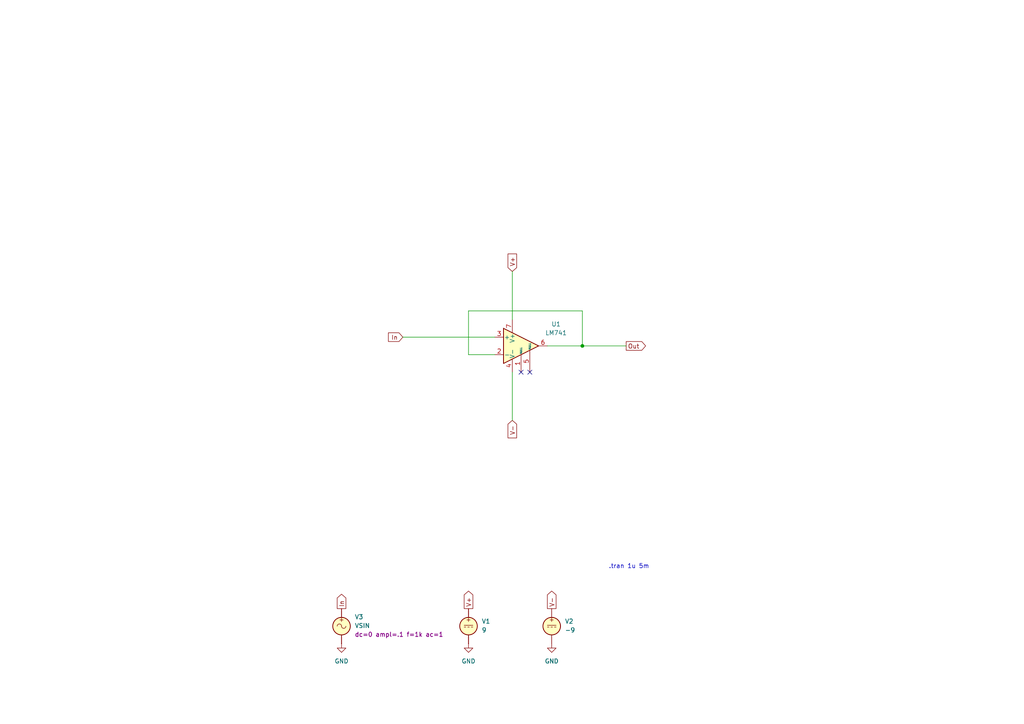
<source format=kicad_sch>
(kicad_sch (version 20231120) (generator "eeschema") (generator_version "8.0")
  (paper "A4")
  (title_block (title "OPamp, voltage follower") (date "2024-05-27") (rev "2") (company "GitHub/OJStuff"))
  (lib_symbols
    (symbol "Amplifier_Operational:LM741" (pin_names (offset 0.127))
      (property "Reference" "U" (at 0 6.35 0))
      (property "Value" "LM741" (at 0 3.81 0))
      (symbol "LM741_0_1"
        (polyline (pts (xy -5.08 5.08) (xy 5.08 0) (xy -5.08 -5.08) (xy -5.08 5.08)) (stroke (width 0.254)) (fill (type background)))
      )
      (symbol "LM741_1_1"
        (pin input line (at 0 -7.62 90) (length 5.08) (name "NULL") (number "1"))
        (pin input line (at -7.62 -2.54 0) (length 2.54) (name "-") (number "2"))
        (pin input line (at -7.62 2.54 0) (length 2.54) (name "+") (number "3"))
        (pin power_in line (at -2.54 -7.62 90) (length 3.81) (name "V-") (number "4"))
        (pin input line (at 2.54 -7.62 90) (length 6.35) (name "NULL") (number "5"))
        (pin output line (at 7.62 0 180) (length 2.54) (name "~") (number "6"))
        (pin power_in line (at -2.54 7.62 270) (length 3.81) (name "V+") (number "7"))
        (pin no_connect line (at 0 2.54 270) (length 2.54) hide (name "NC") (number "8"))
      )
    )
    (symbol "VDC_1" (pin_numbers hide) (pin_names (offset 0.0254))
      (property "Reference" "V" (at 2.54 2.54 0))
      (property "Value" "1" (at 2.54 0 0))
      (symbol "VDC_1_0_0"
        (polyline (pts (xy -1.27 0.254) (xy 1.27 0.254)))
        (polyline (pts (xy -0.762 -0.254) (xy -1.27 -0.254)))
        (polyline (pts (xy 0.254 -0.254) (xy -0.254 -0.254)))
        (polyline (pts (xy 1.27 -0.254) (xy 0.762 -0.254)))
        (text "+" (at 0 1.905 0) (effects (font (size 1.27 1.27))))
      )
      (symbol "VDC_1_0_1"
        (circle (center 0 0) (radius 2.54) (stroke (width 0.254)) (fill (type background)))
      )
      (symbol "VDC_1_1_1"
        (pin passive line (at 0 5.08 270) (length 2.54) (name "~") (number "1"))
        (pin passive line (at 0 -5.08 90) (length 2.54) (name "~") (number "2"))
      )
    )
    (symbol "VSIN_1" (pin_numbers hide) (pin_names (offset 0.0254))
      (property "Reference" "V" (at 2.54 2.54 0))
      (property "Value" "VSIN" (at 2.54 0 0))
      (property "Sim.Params" "dc=0 ampl=1 f=1k ac=1" (at 2.54 -2.54 0))
      (symbol "VSIN_1_0_0"
        (arc (start 0 0) (mid -0.635 0.6323) (end -1.27 0))
        (arc (start 0 0) (mid 0.635 -0.6323) (end 1.27 0))
        (text "+" (at 0 1.905 0) (effects (font (size 1.27 1.27))))
      )
      (symbol "VSIN_1_0_1"
        (circle (center 0 0) (radius 2.54) (stroke (width 0.254)) (fill (type background)))
      )
      (symbol "VSIN_1_1_1"
        (pin passive line (at 0 5.08 270) (length 2.54) (name "~") (number "1"))
        (pin passive line (at 0 -5.08 90) (length 2.54) (name "~") (number "2"))
      )
    )
    (symbol "power:GND" (power) (pin_numbers hide) (pin_names (offset 0) hide)
      (property "Value" "GND" (at 0 -3.81 0))
      (symbol "GND_0_1"
        (polyline (pts (xy 0 0) (xy 0 -1.27) (xy 1.27 -1.27) (xy 0 -2.54) (xy -1.27 -1.27) (xy 0 -1.27)))
      )
      (symbol "GND_1_1"
        (pin power_in line (at 0 0 270) (length 0) (name "~") (number "1"))
      )
    )
  )
  (junction (at 168.91 100.33))
  (no_connect (at 151.13 107.95))
  (no_connect (at 153.67 107.95))
  (wire (pts (xy 148.59 121.92) (xy 148.59 107.95)))
  (wire (pts (xy 135.89 102.87) (xy 143.51 102.87)))
  (wire (pts (xy 135.89 90.17) (xy 168.91 90.17)))
  (wire (pts (xy 148.59 78.74) (xy 148.59 92.71)))
  (wire (pts (xy 181.61 100.33) (xy 168.91 100.33)))
  (wire (pts (xy 116.84 97.79) (xy 143.51 97.79)))
  (wire (pts (xy 168.91 90.17) (xy 168.91 100.33)))
  (wire (pts (xy 135.89 102.87) (xy 135.89 90.17)))
  (wire (pts (xy 168.91 100.33) (xy 158.75 100.33)))
  (text ".tran 1u 5m" (at 176.53 165.1 0) (effects (font (size 1.27 1.27)) (justify left bottom)))
  (global_label "V+" (shape input) (at 148.59 78.74 90) (property "Intersheetrefs" "${INTERSHEET_REFS}" (effects (hide yes))))
  (global_label "V+" (shape output) (at 135.89 176.53 90) (property "Intersheetrefs" "${INTERSHEET_REFS}" (effects (hide yes))))
  (global_label "In" (shape input) (at 116.84 97.79 180) (property "Intersheetrefs" "${INTERSHEET_REFS}" (effects (hide yes))))
  (global_label "In" (shape output) (at 99.06 176.53 90) (property "Intersheetrefs" "${INTERSHEET_REFS}" (effects (hide yes))))
  (global_label "V-" (shape input) (at 148.59 121.92 270) (property "Intersheetrefs" "${INTERSHEET_REFS}" (effects (hide yes))))
  (global_label "V-" (shape output) (at 160.02 176.53 90) (property "Intersheetrefs" "${INTERSHEET_REFS}" (effects (hide yes))))
  (global_label "Out" (shape output) (at 181.61 100.33 0) (property "Intersheetrefs" "${INTERSHEET_REFS}" (effects (hide yes))))
  (symbol (lib_name "VSIN_1") (lib_id "Simulation_SPICE:VSIN") (at 99.06 181.61 0) (unit 1)
    (property "Reference" "V3" (at 102.87 178.9401 0) (effects (justify left)))
    (property "Value" "VSIN" (at 102.87 181.4801 0) (effects (justify left)))
    (property "Datasheet" "https://ngspice.sourceforge.io/docs/ngspice-html-manual/manual.xhtml#sec_Independent_Sources_for" (effects (hide yes)))
    (property "Description" "Voltage source, sinusoidal" (effects (hide yes)))
    (property "Sim.Pins" "1=+ 2=-" (effects (hide yes)))
    (property "Sim.Params" "dc=0 ampl=.1 f=1k ac=1" (at 102.87 184.0201 0) (effects (justify left)))
    (property "Sim.Type" "SIN" (effects (hide yes)))
    (property "Sim.Device" "V" (effects (hide yes)))
  )
  (symbol (lib_id "power:GND") (at 160.02 186.69 0) (unit 1)
    (property "Reference" "#PWR03" (effects (hide yes)))
    (property "Value" "GND" (at 160.02 191.77 0))
    (property "Description" "Power symbol creates a global label with name \"GND\" , ground" (effects (hide yes)))
  )
  (symbol (lib_name "VDC_1") (lib_id "Simulation_SPICE:VDC") (at 135.89 181.61 0) (unit 1)
    (property "Reference" "V1" (at 139.7 180.2101 0) (effects (justify left)))
    (property "Value" "9" (at 139.7 182.7501 0) (effects (justify left)))
    (property "Datasheet" "https://ngspice.sourceforge.io/docs/ngspice-html-manual/manual.xhtml#sec_Independent_Sources_for" (effects (hide yes)))
    (property "Description" "Voltage source, DC" (effects (hide yes)))
    (property "Sim.Pins" "1=+ 2=-" (effects (hide yes)))
    (property "Sim.Type" "DC" (effects (hide yes)))
    (property "Sim.Device" "V" (effects (hide yes)))
  )
  (symbol (lib_name "VDC_1") (lib_id "Simulation_SPICE:VDC") (at 160.02 181.61 0) (unit 1)
    (property "Reference" "V2" (at 163.83 180.2101 0) (effects (justify left)))
    (property "Value" "-9" (at 163.83 182.7501 0) (effects (justify left)))
    (property "Datasheet" "https://ngspice.sourceforge.io/docs/ngspice-html-manual/manual.xhtml#sec_Independent_Sources_for" (effects (hide yes)))
    (property "Description" "Voltage source, DC" (effects (hide yes)))
    (property "Sim.Pins" "1=+ 2=-" (effects (hide yes)))
    (property "Sim.Type" "DC" (effects (hide yes)))
    (property "Sim.Device" "V" (effects (hide yes)))
  )
  (symbol (lib_id "Amplifier_Operational:LM741") (at 151.13 100.33 0) (unit 1)
    (property "Reference" "U1" (at 161.29 94.0114 0))
    (property "Value" "LM741" (at 161.29 96.5514 0))
    (property "Datasheet" "http://www.ti.com/lit/ds/symlink/lm741.pdf" (effects (hide yes)))
    (property "Description" "Operational Amplifier, DIP-8/TO-99-8" (effects (hide yes)))
    (property "Sim.Library" "LM741.lib" (effects (hide yes)))
    (property "Sim.Name" "LM741" (effects (hide yes)))
    (property "Sim.Device" "SUBCKT" (effects (hide yes)))
    (property "Sim.Pins" "2=2 3=1 4=50 6=28 7=99" (effects (hide yes)))
  )
  (symbol (lib_id "power:GND") (at 135.89 186.69 0) (unit 1)
    (property "Reference" "#PWR02" (effects (hide yes)))
    (property "Value" "GND" (at 135.89 191.77 0))
    (property "Description" "Power symbol creates a global label with name \"GND\" , ground" (effects (hide yes)))
  )
  (symbol (lib_id "power:GND") (at 99.06 186.69 0) (unit 1)
    (property "Reference" "#PWR01" (effects (hide yes)))
    (property "Value" "GND" (at 99.06 191.77 0))
    (property "Description" "Power symbol creates a global label with name \"GND\" , ground" (effects (hide yes)))
  )
)
</source>
